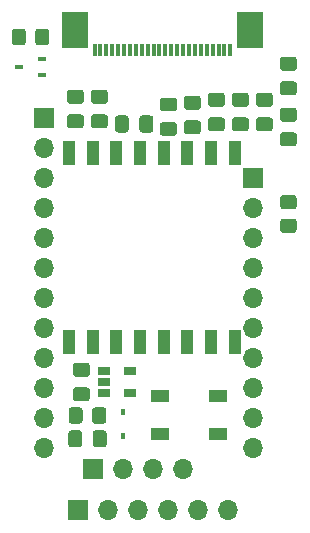
<source format=gbr>
%TF.GenerationSoftware,KiCad,Pcbnew,(5.1.10)-1*%
%TF.CreationDate,2022-01-07T18:41:25+01:00*%
%TF.ProjectId,M5StampC3,4d355374-616d-4704-9333-2e6b69636164,rev?*%
%TF.SameCoordinates,Original*%
%TF.FileFunction,Soldermask,Top*%
%TF.FilePolarity,Negative*%
%FSLAX46Y46*%
G04 Gerber Fmt 4.6, Leading zero omitted, Abs format (unit mm)*
G04 Created by KiCad (PCBNEW (5.1.10)-1) date 2022-01-07 18:41:25*
%MOMM*%
%LPD*%
G01*
G04 APERTURE LIST*
%ADD10R,0.450000X0.600000*%
%ADD11O,1.700000X1.700000*%
%ADD12R,1.700000X1.700000*%
%ADD13R,1.000000X2.000000*%
%ADD14R,1.500000X1.000000*%
%ADD15R,1.060000X0.650000*%
%ADD16R,2.300000X3.100000*%
%ADD17R,0.300000X1.100000*%
%ADD18R,0.700000X0.450000*%
G04 APERTURE END LIST*
D10*
%TO.C,D4*%
X123190000Y-75150000D03*
X123190000Y-77250000D03*
%TD*%
D11*
%TO.C,J6*%
X134200000Y-78232000D03*
X134200000Y-75692000D03*
X134200000Y-73152000D03*
X134200000Y-70612000D03*
X134200000Y-68072000D03*
X134200000Y-65532000D03*
X134200000Y-62992000D03*
X134200000Y-60452000D03*
X134200000Y-57912000D03*
D12*
X134200000Y-55372000D03*
%TD*%
D11*
%TO.C,J5*%
X116500000Y-78232000D03*
X116500000Y-75692000D03*
X116500000Y-73152000D03*
X116500000Y-70612000D03*
X116500000Y-68072000D03*
X116500000Y-65532000D03*
X116500000Y-62992000D03*
X116500000Y-60452000D03*
X116500000Y-57912000D03*
X116500000Y-55372000D03*
X116500000Y-52832000D03*
D12*
X116500000Y-50292000D03*
%TD*%
D13*
%TO.C,U3*%
X132600000Y-69214000D03*
X130600000Y-69214000D03*
X128600000Y-69214000D03*
X126600000Y-69214000D03*
X124600000Y-69214000D03*
X122600000Y-69214000D03*
X120600000Y-69214000D03*
X118600000Y-69214000D03*
X118600000Y-53214000D03*
X120600000Y-53214000D03*
X122600000Y-53214000D03*
X124600000Y-53214000D03*
X126600000Y-53214000D03*
X128600000Y-53214000D03*
X130600000Y-53214000D03*
X132600000Y-53214000D03*
%TD*%
%TO.C,R4*%
G36*
G01*
X136709999Y-58820000D02*
X137610001Y-58820000D01*
G75*
G02*
X137860000Y-59069999I0J-249999D01*
G01*
X137860000Y-59770001D01*
G75*
G02*
X137610001Y-60020000I-249999J0D01*
G01*
X136709999Y-60020000D01*
G75*
G02*
X136460000Y-59770001I0J249999D01*
G01*
X136460000Y-59069999D01*
G75*
G02*
X136709999Y-58820000I249999J0D01*
G01*
G37*
G36*
G01*
X136709999Y-56820000D02*
X137610001Y-56820000D01*
G75*
G02*
X137860000Y-57069999I0J-249999D01*
G01*
X137860000Y-57770001D01*
G75*
G02*
X137610001Y-58020000I-249999J0D01*
G01*
X136709999Y-58020000D01*
G75*
G02*
X136460000Y-57770001I0J249999D01*
G01*
X136460000Y-57069999D01*
G75*
G02*
X136709999Y-56820000I249999J0D01*
G01*
G37*
%TD*%
D14*
%TO.C,D5*%
X126328000Y-73838000D03*
X126328000Y-77038000D03*
X131228000Y-73838000D03*
X131228000Y-77038000D03*
%TD*%
D11*
%TO.C,J4*%
X128270000Y-80010000D03*
X125730000Y-80010000D03*
X123190000Y-80010000D03*
D12*
X120650000Y-80010000D03*
%TD*%
D15*
%TO.C,U1*%
X123782000Y-71694000D03*
X123782000Y-73594000D03*
X121582000Y-73594000D03*
X121582000Y-72644000D03*
X121582000Y-71694000D03*
%TD*%
%TO.C,R3*%
G36*
G01*
X120542000Y-75930001D02*
X120542000Y-75029999D01*
G75*
G02*
X120791999Y-74780000I249999J0D01*
G01*
X121492001Y-74780000D01*
G75*
G02*
X121742000Y-75029999I0J-249999D01*
G01*
X121742000Y-75930001D01*
G75*
G02*
X121492001Y-76180000I-249999J0D01*
G01*
X120791999Y-76180000D01*
G75*
G02*
X120542000Y-75930001I0J249999D01*
G01*
G37*
G36*
G01*
X118542000Y-75930001D02*
X118542000Y-75029999D01*
G75*
G02*
X118791999Y-74780000I249999J0D01*
G01*
X119492001Y-74780000D01*
G75*
G02*
X119742000Y-75029999I0J-249999D01*
G01*
X119742000Y-75930001D01*
G75*
G02*
X119492001Y-76180000I-249999J0D01*
G01*
X118791999Y-76180000D01*
G75*
G02*
X118542000Y-75930001I0J249999D01*
G01*
G37*
%TD*%
%TO.C,C14*%
G36*
G01*
X119692000Y-76975000D02*
X119692000Y-77925000D01*
G75*
G02*
X119442000Y-78175000I-250000J0D01*
G01*
X118767000Y-78175000D01*
G75*
G02*
X118517000Y-77925000I0J250000D01*
G01*
X118517000Y-76975000D01*
G75*
G02*
X118767000Y-76725000I250000J0D01*
G01*
X119442000Y-76725000D01*
G75*
G02*
X119692000Y-76975000I0J-250000D01*
G01*
G37*
G36*
G01*
X121767000Y-76975000D02*
X121767000Y-77925000D01*
G75*
G02*
X121517000Y-78175000I-250000J0D01*
G01*
X120842000Y-78175000D01*
G75*
G02*
X120592000Y-77925000I0J250000D01*
G01*
X120592000Y-76975000D01*
G75*
G02*
X120842000Y-76725000I250000J0D01*
G01*
X121517000Y-76725000D01*
G75*
G02*
X121767000Y-76975000I0J-250000D01*
G01*
G37*
%TD*%
%TO.C,C13*%
G36*
G01*
X119159000Y-73094000D02*
X120109000Y-73094000D01*
G75*
G02*
X120359000Y-73344000I0J-250000D01*
G01*
X120359000Y-74019000D01*
G75*
G02*
X120109000Y-74269000I-250000J0D01*
G01*
X119159000Y-74269000D01*
G75*
G02*
X118909000Y-74019000I0J250000D01*
G01*
X118909000Y-73344000D01*
G75*
G02*
X119159000Y-73094000I250000J0D01*
G01*
G37*
G36*
G01*
X119159000Y-71019000D02*
X120109000Y-71019000D01*
G75*
G02*
X120359000Y-71269000I0J-250000D01*
G01*
X120359000Y-71944000D01*
G75*
G02*
X120109000Y-72194000I-250000J0D01*
G01*
X119159000Y-72194000D01*
G75*
G02*
X118909000Y-71944000I0J250000D01*
G01*
X118909000Y-71269000D01*
G75*
G02*
X119159000Y-71019000I250000J0D01*
G01*
G37*
%TD*%
D11*
%TO.C,J3*%
X132080000Y-83500000D03*
X129540000Y-83500000D03*
X127000000Y-83500000D03*
X124460000Y-83500000D03*
X121920000Y-83500000D03*
D12*
X119380000Y-83500000D03*
%TD*%
D16*
%TO.C,U2*%
X119072000Y-42870000D03*
X133912000Y-42870000D03*
D17*
X120742000Y-44570000D03*
X121242000Y-44570000D03*
X121742000Y-44570000D03*
X122242000Y-44570000D03*
X122742000Y-44570000D03*
X123242000Y-44570000D03*
X123742000Y-44570000D03*
X124242000Y-44570000D03*
X124742000Y-44570000D03*
X125242000Y-44570000D03*
X125742000Y-44570000D03*
X126242000Y-44570000D03*
X126742000Y-44570000D03*
X127242000Y-44570000D03*
X127742000Y-44570000D03*
X128242000Y-44570000D03*
X128742000Y-44570000D03*
X129242000Y-44570000D03*
X129742000Y-44570000D03*
X130242000Y-44570000D03*
X130742000Y-44570000D03*
X131242000Y-44570000D03*
X131742000Y-44570000D03*
X132242000Y-44570000D03*
%TD*%
D18*
%TO.C,Q1*%
X114316000Y-45974000D03*
X116316000Y-45324000D03*
X116316000Y-46624000D03*
%TD*%
%TO.C,R1*%
G36*
G01*
X115716000Y-43884001D02*
X115716000Y-42983999D01*
G75*
G02*
X115965999Y-42734000I249999J0D01*
G01*
X116666001Y-42734000D01*
G75*
G02*
X116916000Y-42983999I0J-249999D01*
G01*
X116916000Y-43884001D01*
G75*
G02*
X116666001Y-44134000I-249999J0D01*
G01*
X115965999Y-44134000D01*
G75*
G02*
X115716000Y-43884001I0J249999D01*
G01*
G37*
G36*
G01*
X113716000Y-43884001D02*
X113716000Y-42983999D01*
G75*
G02*
X113965999Y-42734000I249999J0D01*
G01*
X114666001Y-42734000D01*
G75*
G02*
X114916000Y-42983999I0J-249999D01*
G01*
X114916000Y-43884001D01*
G75*
G02*
X114666001Y-44134000I-249999J0D01*
G01*
X113965999Y-44134000D01*
G75*
G02*
X113716000Y-43884001I0J249999D01*
G01*
G37*
%TD*%
%TO.C,C9*%
G36*
G01*
X121633000Y-49080000D02*
X120683000Y-49080000D01*
G75*
G02*
X120433000Y-48830000I0J250000D01*
G01*
X120433000Y-48155000D01*
G75*
G02*
X120683000Y-47905000I250000J0D01*
G01*
X121633000Y-47905000D01*
G75*
G02*
X121883000Y-48155000I0J-250000D01*
G01*
X121883000Y-48830000D01*
G75*
G02*
X121633000Y-49080000I-250000J0D01*
G01*
G37*
G36*
G01*
X121633000Y-51155000D02*
X120683000Y-51155000D01*
G75*
G02*
X120433000Y-50905000I0J250000D01*
G01*
X120433000Y-50230000D01*
G75*
G02*
X120683000Y-49980000I250000J0D01*
G01*
X121633000Y-49980000D01*
G75*
G02*
X121883000Y-50230000I0J-250000D01*
G01*
X121883000Y-50905000D01*
G75*
G02*
X121633000Y-51155000I-250000J0D01*
G01*
G37*
%TD*%
%TO.C,C6*%
G36*
G01*
X127475000Y-49730000D02*
X126525000Y-49730000D01*
G75*
G02*
X126275000Y-49480000I0J250000D01*
G01*
X126275000Y-48805000D01*
G75*
G02*
X126525000Y-48555000I250000J0D01*
G01*
X127475000Y-48555000D01*
G75*
G02*
X127725000Y-48805000I0J-250000D01*
G01*
X127725000Y-49480000D01*
G75*
G02*
X127475000Y-49730000I-250000J0D01*
G01*
G37*
G36*
G01*
X127475000Y-51805000D02*
X126525000Y-51805000D01*
G75*
G02*
X126275000Y-51555000I0J250000D01*
G01*
X126275000Y-50880000D01*
G75*
G02*
X126525000Y-50630000I250000J0D01*
G01*
X127475000Y-50630000D01*
G75*
G02*
X127725000Y-50880000I0J-250000D01*
G01*
X127725000Y-51555000D01*
G75*
G02*
X127475000Y-51805000I-250000J0D01*
G01*
G37*
%TD*%
%TO.C,C4*%
G36*
G01*
X131539000Y-49334000D02*
X130589000Y-49334000D01*
G75*
G02*
X130339000Y-49084000I0J250000D01*
G01*
X130339000Y-48409000D01*
G75*
G02*
X130589000Y-48159000I250000J0D01*
G01*
X131539000Y-48159000D01*
G75*
G02*
X131789000Y-48409000I0J-250000D01*
G01*
X131789000Y-49084000D01*
G75*
G02*
X131539000Y-49334000I-250000J0D01*
G01*
G37*
G36*
G01*
X131539000Y-51409000D02*
X130589000Y-51409000D01*
G75*
G02*
X130339000Y-51159000I0J250000D01*
G01*
X130339000Y-50484000D01*
G75*
G02*
X130589000Y-50234000I250000J0D01*
G01*
X131539000Y-50234000D01*
G75*
G02*
X131789000Y-50484000I0J-250000D01*
G01*
X131789000Y-51159000D01*
G75*
G02*
X131539000Y-51409000I-250000J0D01*
G01*
G37*
%TD*%
%TO.C,C2*%
G36*
G01*
X135603000Y-49334000D02*
X134653000Y-49334000D01*
G75*
G02*
X134403000Y-49084000I0J250000D01*
G01*
X134403000Y-48409000D01*
G75*
G02*
X134653000Y-48159000I250000J0D01*
G01*
X135603000Y-48159000D01*
G75*
G02*
X135853000Y-48409000I0J-250000D01*
G01*
X135853000Y-49084000D01*
G75*
G02*
X135603000Y-49334000I-250000J0D01*
G01*
G37*
G36*
G01*
X135603000Y-51409000D02*
X134653000Y-51409000D01*
G75*
G02*
X134403000Y-51159000I0J250000D01*
G01*
X134403000Y-50484000D01*
G75*
G02*
X134653000Y-50234000I250000J0D01*
G01*
X135603000Y-50234000D01*
G75*
G02*
X135853000Y-50484000I0J-250000D01*
G01*
X135853000Y-51159000D01*
G75*
G02*
X135603000Y-51409000I-250000J0D01*
G01*
G37*
%TD*%
%TO.C,C7*%
G36*
G01*
X119601000Y-49080000D02*
X118651000Y-49080000D01*
G75*
G02*
X118401000Y-48830000I0J250000D01*
G01*
X118401000Y-48155000D01*
G75*
G02*
X118651000Y-47905000I250000J0D01*
G01*
X119601000Y-47905000D01*
G75*
G02*
X119851000Y-48155000I0J-250000D01*
G01*
X119851000Y-48830000D01*
G75*
G02*
X119601000Y-49080000I-250000J0D01*
G01*
G37*
G36*
G01*
X119601000Y-51155000D02*
X118651000Y-51155000D01*
G75*
G02*
X118401000Y-50905000I0J250000D01*
G01*
X118401000Y-50230000D01*
G75*
G02*
X118651000Y-49980000I250000J0D01*
G01*
X119601000Y-49980000D01*
G75*
G02*
X119851000Y-50230000I0J-250000D01*
G01*
X119851000Y-50905000D01*
G75*
G02*
X119601000Y-51155000I-250000J0D01*
G01*
G37*
%TD*%
%TO.C,C8*%
G36*
G01*
X136685000Y-51504000D02*
X137635000Y-51504000D01*
G75*
G02*
X137885000Y-51754000I0J-250000D01*
G01*
X137885000Y-52429000D01*
G75*
G02*
X137635000Y-52679000I-250000J0D01*
G01*
X136685000Y-52679000D01*
G75*
G02*
X136435000Y-52429000I0J250000D01*
G01*
X136435000Y-51754000D01*
G75*
G02*
X136685000Y-51504000I250000J0D01*
G01*
G37*
G36*
G01*
X136685000Y-49429000D02*
X137635000Y-49429000D01*
G75*
G02*
X137885000Y-49679000I0J-250000D01*
G01*
X137885000Y-50354000D01*
G75*
G02*
X137635000Y-50604000I-250000J0D01*
G01*
X136685000Y-50604000D01*
G75*
G02*
X136435000Y-50354000I0J250000D01*
G01*
X136435000Y-49679000D01*
G75*
G02*
X136685000Y-49429000I250000J0D01*
G01*
G37*
%TD*%
%TO.C,C11*%
G36*
G01*
X124550000Y-51275000D02*
X124550000Y-50325000D01*
G75*
G02*
X124800000Y-50075000I250000J0D01*
G01*
X125475000Y-50075000D01*
G75*
G02*
X125725000Y-50325000I0J-250000D01*
G01*
X125725000Y-51275000D01*
G75*
G02*
X125475000Y-51525000I-250000J0D01*
G01*
X124800000Y-51525000D01*
G75*
G02*
X124550000Y-51275000I0J250000D01*
G01*
G37*
G36*
G01*
X122475000Y-51275000D02*
X122475000Y-50325000D01*
G75*
G02*
X122725000Y-50075000I250000J0D01*
G01*
X123400000Y-50075000D01*
G75*
G02*
X123650000Y-50325000I0J-250000D01*
G01*
X123650000Y-51275000D01*
G75*
G02*
X123400000Y-51525000I-250000J0D01*
G01*
X122725000Y-51525000D01*
G75*
G02*
X122475000Y-51275000I0J250000D01*
G01*
G37*
%TD*%
%TO.C,C5*%
G36*
G01*
X129507000Y-51663000D02*
X128557000Y-51663000D01*
G75*
G02*
X128307000Y-51413000I0J250000D01*
G01*
X128307000Y-50738000D01*
G75*
G02*
X128557000Y-50488000I250000J0D01*
G01*
X129507000Y-50488000D01*
G75*
G02*
X129757000Y-50738000I0J-250000D01*
G01*
X129757000Y-51413000D01*
G75*
G02*
X129507000Y-51663000I-250000J0D01*
G01*
G37*
G36*
G01*
X129507000Y-49588000D02*
X128557000Y-49588000D01*
G75*
G02*
X128307000Y-49338000I0J250000D01*
G01*
X128307000Y-48663000D01*
G75*
G02*
X128557000Y-48413000I250000J0D01*
G01*
X129507000Y-48413000D01*
G75*
G02*
X129757000Y-48663000I0J-250000D01*
G01*
X129757000Y-49338000D01*
G75*
G02*
X129507000Y-49588000I-250000J0D01*
G01*
G37*
%TD*%
%TO.C,C3*%
G36*
G01*
X133571000Y-49334000D02*
X132621000Y-49334000D01*
G75*
G02*
X132371000Y-49084000I0J250000D01*
G01*
X132371000Y-48409000D01*
G75*
G02*
X132621000Y-48159000I250000J0D01*
G01*
X133571000Y-48159000D01*
G75*
G02*
X133821000Y-48409000I0J-250000D01*
G01*
X133821000Y-49084000D01*
G75*
G02*
X133571000Y-49334000I-250000J0D01*
G01*
G37*
G36*
G01*
X133571000Y-51409000D02*
X132621000Y-51409000D01*
G75*
G02*
X132371000Y-51159000I0J250000D01*
G01*
X132371000Y-50484000D01*
G75*
G02*
X132621000Y-50234000I250000J0D01*
G01*
X133571000Y-50234000D01*
G75*
G02*
X133821000Y-50484000I0J-250000D01*
G01*
X133821000Y-51159000D01*
G75*
G02*
X133571000Y-51409000I-250000J0D01*
G01*
G37*
%TD*%
%TO.C,C1*%
G36*
G01*
X137635000Y-46286000D02*
X136685000Y-46286000D01*
G75*
G02*
X136435000Y-46036000I0J250000D01*
G01*
X136435000Y-45361000D01*
G75*
G02*
X136685000Y-45111000I250000J0D01*
G01*
X137635000Y-45111000D01*
G75*
G02*
X137885000Y-45361000I0J-250000D01*
G01*
X137885000Y-46036000D01*
G75*
G02*
X137635000Y-46286000I-250000J0D01*
G01*
G37*
G36*
G01*
X137635000Y-48361000D02*
X136685000Y-48361000D01*
G75*
G02*
X136435000Y-48111000I0J250000D01*
G01*
X136435000Y-47436000D01*
G75*
G02*
X136685000Y-47186000I250000J0D01*
G01*
X137635000Y-47186000D01*
G75*
G02*
X137885000Y-47436000I0J-250000D01*
G01*
X137885000Y-48111000D01*
G75*
G02*
X137635000Y-48361000I-250000J0D01*
G01*
G37*
%TD*%
M02*

</source>
